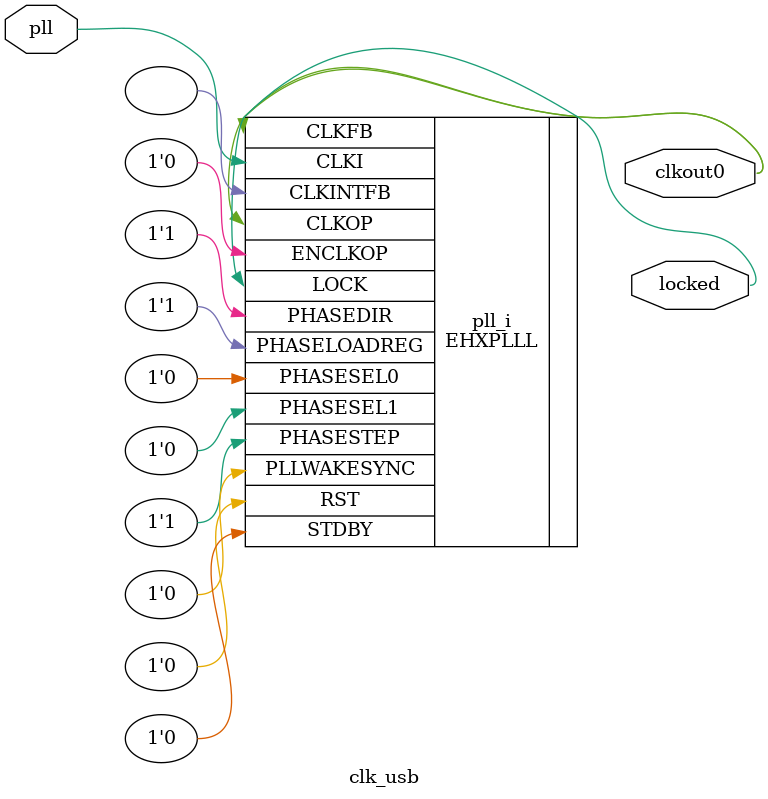
<source format=sv>
module clk_usb
(
    input pll, // 25 MHz, 0 deg
    output clkout0, // 25 MHz, 0 deg
    output locked
);
(* FREQUENCY_PIN_CLKI="25" *)
(* FREQUENCY_PIN_CLKOP="25" *)
(* ICP_CURRENT="12" *) (* LPF_RESISTOR="8" *) (* MFG_ENABLE_FILTEROPAMP="1" *) (* MFG_GMCREF_SEL="2" *)
EHXPLLL #(
        .PLLRST_ENA("DISABLED"),
        .INTFB_WAKE("DISABLED"),
        .STDBY_ENABLE("DISABLED"),
        .DPHASE_SOURCE("DISABLED"),
        .OUTDIVIDER_MUXA("DIVA"),
        .OUTDIVIDER_MUXB("DIVB"),
        .OUTDIVIDER_MUXC("DIVC"),
        .OUTDIVIDER_MUXD("DIVD"),
        .CLKI_DIV(1),
        .CLKOP_ENABLE("ENABLED"),
        .CLKOP_DIV(24),
        .CLKOP_CPHASE(11),
        .CLKOP_FPHASE(0),
        .FEEDBK_PATH("CLKOP"),
        .CLKFB_DIV(1)
    ) pll_i (
        .RST(1'b0),
        .STDBY(1'b0),
        .CLKI(pll),
        .CLKOP(clkout0),
        .CLKFB(clkout0),
        .CLKINTFB(),
        .PHASESEL0(1'b0),
        .PHASESEL1(1'b0),
        .PHASEDIR(1'b1),
        .PHASESTEP(1'b1),
        .PHASELOADREG(1'b1),
        .PLLWAKESYNC(1'b0),
        .ENCLKOP(1'b0),
        .LOCK(locked)
	);
endmodule

</source>
